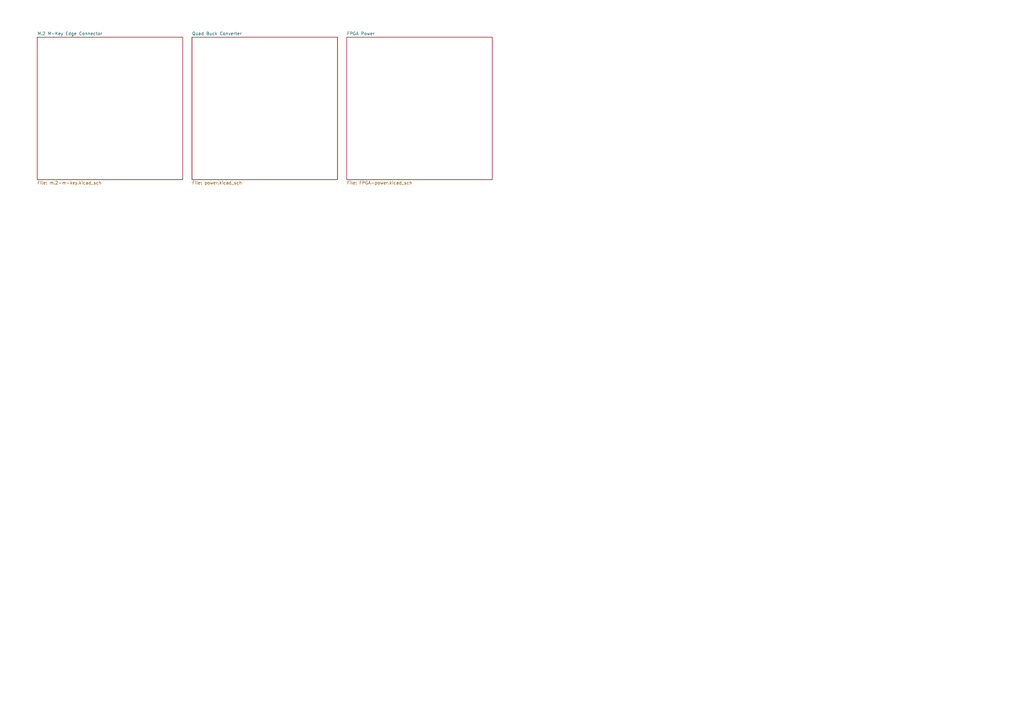
<source format=kicad_sch>
(kicad_sch (version 20250114) (generator "eeschema") (generator_version "9.0")
  (paper "A3")
  (lib_symbols
    (symbol "FPGA Accelerator:XC7A50T-FGG484" (pin_names (offset 1.016))
      (property "Reference" "U" (at 0 1.27 0))
      (property "Value" "XC7A50T-FGG484" (at 0 -1.27 0))
      (symbol "XC7A50T-FGG484_1_1"
        (rectangle (start -44.45 67.31) (end 44.45 -73.66) (stroke (width 0.254)) (fill (type background)))
        (pin power_in line (at -40.64 73.66 270) (length 6.35) (name "VCCO_13") (number "AA17"))
        (pin power_in line (at -38.1 73.66 270) (length 6.35) (name "VCCO_13") (number "AB14"))
        (pin power_in line (at -35.56 73.66 270) (length 6.35) (name "VCCO_13") (number "V16"))
        (pin power_in line (at -33.02 73.66 270) (length 6.35) (name "VCCO_13") (number "W13"))
        (pin power_in line (at -30.48 73.66 270) (length 6.35) (name "VCCO_13") (number "Y10"))
        (pin power_in line (at 27.94 73.66 270) (length 6.35) (name "VCCO_14") (number "M14"))
        (pin power_in line (at 30.48 73.66 270) (length 6.35) (name "VCCO_14") (number "P18"))
        (pin power_in line (at 33.02 73.66 270) (length 6.35) (name "VCCO_14") (number "R15"))
        (pin power_in line (at 35.56 73.66 270) (length 6.35) (name "VCCO_14") (number "T22"))
        (pin power_in line (at 38.1 73.66 270) (length 6.35) (name "VCCO_14") (number "U19"))
        (pin power_in line (at 40.64 73.66 270) (length 6.35) (name "VCCO_14") (number "Y20"))
        (pin bidirectional line (at 50.8 53.34 180) (length 6.35) (name "IO_0_14") (number "P20"))
        (pin bidirectional line (at 50.8 50.8 180) (length 6.35) (name "IO_L1P_T0_D00_MOSI_14") (number "P22"))
        (pin bidirectional line (at 50.8 48.26 180) (length 6.35) (name "IO_L1N_T0_D01_DIN_14") (number "R22"))
        (pin bidirectional line (at 50.8 45.72 180) (length 6.35) (name "IO_L2P_T0_D02_14") (number "P21"))
        (pin bidirectional line (at 50.8 43.18 180) (length 6.35) (name "IO_L2N_T0_D03_14") (number "R21"))
        (pin bidirectional line (at 50.8 40.64 180) (length 6.35) (name "IO_L3P_T0_DQS_PUDC_B_14") (number "U22"))
        (pin bidirectional line (at 50.8 38.1 180) (length 6.35) (name "IO_L3N_T0_DQS_EMCCLK_14") (number "V22"))
        (pin bidirectional line (at 50.8 35.56 180) (length 6.35) (name "IO_L4P_T0_D04_14") (number "T21"))
        (pin bidirectional line (at 50.8 33.02 180) (length 6.35) (name "IO_L4N_T0_D05_14") (number "U21"))
        (pin bidirectional line (at 50.8 30.48 180) (length 6.35) (name "IO_L5P_T0_D06_14") (number "P19"))
        (pin bidirectional line (at 50.8 27.94 180) (length 6.35) (name "IO_L5N_T0_D07_14") (number "R19"))
        (pin bidirectional line (at 50.8 25.4 180) (length 6.35) (name "IO_L6P_T0_FCS_B_14") (number "T19"))
        (pin bidirectional line (at 50.8 22.86 180) (length 6.35) (name "IO_L6N_T0_D08_VREF_14") (number "T20"))
        (pin bidirectional line (at 50.8 20.32 180) (length 6.35) (name "IO_L7P_T1_D09_14") (number "W21"))
        (pin bidirectional line (at 50.8 17.78 180) (length 6.35) (name "IO_L7N_T1_D10_14") (number "W22"))
        (pin bidirectional line (at 50.8 15.24 180) (length 6.35) (name "IO_L8P_T1_D11_14") (number "AA20"))
        (pin bidirectional line (at 50.8 12.7 180) (length 6.35) (name "IO_L8N_T1_D12_14") (number "AA21"))
        (pin bidirectional line (at 50.8 10.16 180) (length 6.35) (name "IO_L9P_T1_DQS_14") (number "Y21"))
        (pin bidirectional line (at 50.8 7.62 180) (length 6.35) (name "IO_L9N_T1_DQS_D13_14") (number "Y22"))
        (pin bidirectional line (at 50.8 5.08 180) (length 6.35) (name "IO_L10P_T1_D14_14") (number "AB21"))
        (pin bidirectional line (at 50.8 2.54 180) (length 6.35) (name "IO_L10N_T1_D15_14") (number "AB22"))
        (pin bidirectional line (at 50.8 0 180) (length 6.35) (name "IO_L11P_T1_SRCC_14") (number "U20"))
        (pin bidirectional line (at 50.8 -2.54 180) (length 6.35) (name "IO_L11N_T1_SRCC_14") (number "V20"))
        (pin bidirectional line (at 50.8 -5.08 180) (length 6.35) (name "IO_L12P_T1_MRCC_14") (number "W19"))
        (pin bidirectional line (at 50.8 -7.62 180) (length 6.35) (name "IO_L12N_T1_MRCC_14") (number "W20"))
        (pin bidirectional line (at 50.8 -10.16 180) (length 6.35) (name "IO_L13P_T2_MRCC_14") (number "Y18"))
        (pin bidirectional line (at 50.8 -12.7 180) (length 6.35) (name "IO_L13N_T2_MRCC_14") (number "Y19"))
        (pin bidirectional line (at 50.8 -15.24 180) (length 6.35) (name "IO_L14P_T2_SRCC_14") (number "V18"))
        (pin bidirectional line (at 50.8 -17.78 180) (length 6.35) (name "IO_L14N_T2_SRCC_14") (number "V19"))
        (pin bidirectional line (at 50.8 -20.32 180) (length 6.35) (name "IO_L15P_T2_DQS_RDWR_B_14") (number "AA19"))
        (pin bidirectional line (at 50.8 -22.86 180) (length 6.35) (name "IO_L15N_T2_DQS_DOUT_CSO_B_14") (number "AB20"))
        (pin bidirectional line (at 50.8 -25.4 180) (length 6.35) (name "IO_L16P_T2_CSI_B_14") (number "V17"))
        (pin bidirectional line (at 50.8 -27.94 180) (length 6.35) (name "IO_L16N_T2_A15_D31_14") (number "W17"))
        (pin bidirectional line (at 50.8 -30.48 180) (length 6.35) (name "IO_L17P_T2_A14_D30_14") (number "AA18"))
        (pin bidirectional line (at 50.8 -33.02 180) (length 6.35) (name "IO_L17N_T2_A13_D29_14") (number "AB18"))
        (pin bidirectional line (at 50.8 -35.56 180) (length 6.35) (name "IO_L18P_T2_A12_D28_14") (number "U17"))
        (pin bidirectional line (at 50.8 -38.1 180) (length 6.35) (name "IO_L18N_T2_A11_D27_14") (number "U18"))
        (pin bidirectional line (at 50.8 -40.64 180) (length 6.35) (name "IO_L19P_T3_A10_D26_14") (number "P14"))
        (pin bidirectional line (at 50.8 -43.18 180) (length 6.35) (name "IO_L19N_T3_A09_D25_VREF_14") (number "R14"))
        (pin bidirectional line (at 50.8 -45.72 180) (length 6.35) (name "IO_L20P_T3_A08_D24_14") (number "R18"))
        (pin bidirectional line (at 50.8 -48.26 180) (length 6.35) (name "IO_L20N_T3_A07_D23_14") (number "T18"))
        (pin bidirectional line (at 50.8 -50.8 180) (length 6.35) (name "IO_L21P_T3_DQS_14") (number "N17"))
        (pin bidirectional line (at 50.8 -53.34 180) (length 6.35) (name "IO_L21N_T3_DQS_A06_D22_14") (number "P17"))
        (pin bidirectional line (at 50.8 -55.88 180) (length 6.35) (name "IO_L22P_T3_A05_D21_14") (number "P15"))
        (pin bidirectional line (at 50.8 -58.42 180) (length 6.35) (name "IO_L22N_T3_A04_D20_14") (number "R16"))
        (pin bidirectional line (at 50.8 -60.96 180) (length 6.35) (name "IO_L23P_T3_A03_D19_14") (number "N13"))
        (pin bidirectional line (at 50.8 -63.5 180) (length 6.35) (name "IO_L23N_T3_A02_D18_14") (number "N14"))
        (pin bidirectional line (at 50.8 -66.04 180) (length 6.35) (name "IO_L24P_T3_A01_D17_14") (number "P16"))
        (pin bidirectional line (at 50.8 -68.58 180) (length 6.35) (name "IO_L24N_T3_A00_D16_14") (number "R17"))
        (pin bidirectional line (at 50.8 -71.12 180) (length 6.35) (name "IO_25_14") (number "N15"))
      )
      (symbol "XC7A50T-FGG484_2_1"
        (rectangle (start -44.45 67.31) (end 44.45 -73.66) (stroke (width 0.254)) (fill (type background)))
        (pin bidirectional line (at -50.8 53.34 0) (length 6.35) (name "IO_0_15") (number "J16"))
        (pin bidirectional line (at -50.8 50.8 0) (length 6.35) (name "IO_L1P_T0_AD0P_15") (number "H13"))
        (pin bidirectional line (at -50.8 48.26 0) (length 6.35) (name "IO_L1N_T0_AD0N_15") (number "G13"))
        (pin bidirectional line (at -50.8 45.72 0) (length 6.35) (name "IO_L2P_T0_AD8P_15") (number "G15"))
        (pin bidirectional line (at -50.8 43.18 0) (length 6.35) (name "IO_L2N_T0_AD8N_15") (number "G16"))
        (pin bidirectional line (at -50.8 40.64 0) (length 6.35) (name "IO_L3P_T0_DQS_AD1P_15") (number "J14"))
        (pin bidirectional line (at -50.8 38.1 0) (length 6.35) (name "IO_L3N_T0_DQS_AD1N_15") (number "H14"))
        (pin bidirectional line (at -50.8 35.56 0) (length 6.35) (name "IO_L4P_T0_15") (number "G17"))
        (pin bidirectional line (at -50.8 33.02 0) (length 6.35) (name "IO_L4N_T0_15") (number "G18"))
        (pin bidirectional line (at -50.8 30.48 0) (length 6.35) (name "IO_L5P_T0_AD9P_15") (number "J15"))
        (pin bidirectional line (at -50.8 27.94 0) (length 6.35) (name "IO_L5N_T0_AD9N_15") (number "H15"))
        (pin bidirectional line (at -50.8 25.4 0) (length 6.35) (name "IO_L6P_T0_15") (number "H17"))
        (pin bidirectional line (at -50.8 22.86 0) (length 6.35) (name "IO_L6N_T0_VREF_15") (number "H18"))
        (pin bidirectional line (at -50.8 20.32 0) (length 6.35) (name "IO_L7P_T1_AD2P_15") (number "J22"))
        (pin bidirectional line (at -50.8 17.78 0) (length 6.35) (name "IO_L7N_T1_AD2N_15") (number "H22"))
        (pin bidirectional line (at -50.8 15.24 0) (length 6.35) (name "IO_L8P_T1_AD10P_15") (number "H20"))
        (pin bidirectional line (at -50.8 12.7 0) (length 6.35) (name "IO_L8N_T1_AD10N_15") (number "G20"))
        (pin bidirectional line (at -50.8 10.16 0) (length 6.35) (name "IO_L9P_T1_DQS_AD3P_15") (number "K21"))
        (pin bidirectional line (at -50.8 7.62 0) (length 6.35) (name "IO_L9N_T1_DQS_AD3N_15") (number "K22"))
        (pin bidirectional line (at -50.8 5.08 0) (length 6.35) (name "IO_L10P_T1_AD11P_15") (number "M21"))
        (pin bidirectional line (at -50.8 2.54 0) (length 6.35) (name "IO_L10N_T1_AD11N_15") (number "L21"))
        (pin bidirectional line (at -50.8 0 0) (length 6.35) (name "IO_L11P_T1_SRCC_15") (number "J20"))
        (pin bidirectional line (at -50.8 -2.54 0) (length 6.35) (name "IO_L11N_T1_SRCC_15") (number "J21"))
        (pin bidirectional line (at -50.8 -5.08 0) (length 6.35) (name "IO_L12P_T1_MRCC_15") (number "J19"))
        (pin bidirectional line (at -50.8 -7.62 0) (length 6.35) (name "IO_L12N_T1_MRCC_15") (number "H19"))
        (pin bidirectional line (at -50.8 -10.16 0) (length 6.35) (name "IO_L13P_T2_MRCC_15") (number "K18"))
        (pin bidirectional line (at -50.8 -12.7 0) (length 6.35) (name "IO_L13N_T2_MRCC_15") (number "K19"))
        (pin bidirectional line (at -50.8 -15.24 0) (length 6.35) (name "IO_L14P_T2_SRCC_15") (number "L19"))
        (pin bidirectional line (at -50.8 -17.78 0) (length 6.35) (name "IO_L14N_T2_SRCC_15") (number "L20"))
        (pin bidirectional line (at -50.8 -20.32 0) (length 6.35) (name "IO_L15P_T2_DQS_15") (number "N22"))
        (pin bidirectional line (at -50.8 -22.86 0) (length 6.35) (name "IO_L15N_T2_DQS_ADV_B_15") (number "M22"))
        (pin bidirectional line (at -50.8 -25.4 0) (length 6.35) (name "IO_L16P_T2_A28_15") (number "M18"))
        (pin bidirectional line (at -50.8 -27.94 0) (length 6.35) (name "IO_L16N_T2_A27_15") (number "L18"))
        (pin bidirectional line (at -50.8 -30.48 0) (length 6.35) (name "IO_L17P_T2_A26_15") (number "N18"))
        (pin bidirectional line (at -50.8 -33.02 0) (length 6.35) (name "IO_L17N_T2_A25_15") (number "N19"))
        (pin bidirectional line (at -50.8 -35.56 0) (length 6.35) (name "IO_L18P_T2_A24_15") (number "N20"))
        (pin bidirectional line (at -50.8 -38.1 0) (length 6.35) (name "IO_L18N_T2_A23_15") (number "M20"))
        (pin bidirectional line (at -50.8 -40.64 0) (length 6.35) (name "IO_L19P_T3_A22_15") (number "K13"))
        (pin bidirectional line (at -50.8 -43.18 0) (length 6.35) (name "IO_L19N_T3_A21_VREF_15") (number "K14"))
        (pin bidirectional line (at -50.8 -45.72 0) (length 6.35) (name "IO_L20P_T3_A20_15") (number "M13"))
        (pin bidirectional line (at -50.8 -48.26 0) (length 6.35) (name "IO_L20N_T3_A19_15") (number "L13"))
        (pin bidirectional line (at -50.8 -50.8 0) (length 6.35) (name "IO_L21P_T3_DQS_15") (number "K17"))
        (pin bidirectional line (at -50.8 -53.34 0) (length 6.35) (name "IO_L21N_T3_DQS_A18_15") (number "J17"))
        (pin bidirectional line (at -50.8 -55.88 0) (length 6.35) (name "IO_L22P_T3_A17_15") (number "L14"))
        (pin bidirectional line (at -50.8 -58.42 0) (length 6.35) (name "IO_L22N_T3_A16_15") (number "L15"))
        (pin bidirectional line (at -50.8 -60.96 0) (length 6.35) (name "IO_L23P_T3_FOE_B_15") (number "L16"))
        (pin bidirectional line (at -50.8 -63.5 0) (length 6.35) (name "IO_L23N_T3_FWE_B_15") (number "K16"))
        (pin bidirectional line (at -50.8 -66.04 0) (length 6.35) (name "IO_L24P_T3_RS1_15") (number "M15"))
        (pin bidirectional line (at -50.8 -68.58 0) (length 6.35) (name "IO_L24N_T3_RS0_15") (number "M16"))
        (pin bidirectional line (at -50.8 -71.12 0) (length 6.35) (name "IO_25_15") (number "M17"))
        (pin power_in line (at -40.64 73.66 270) (length 6.35) (name "VCCO_15") (number "G19"))
        (pin power_in line (at -38.1 73.66 270) (length 6.35) (name "VCCO_15") (number "H16"))
        (pin power_in line (at -35.56 73.66 270) (length 6.35) (name "VCCO_15") (number "J13"))
        (pin power_in line (at -33.02 73.66 270) (length 6.35) (name "VCCO_15") (number "K20"))
        (pin power_in line (at -30.48 73.66 270) (length 6.35) (name "VCCO_15") (number "L17"))
        (pin power_in line (at -27.94 73.66 270) (length 6.35) (name "VCCO_15") (number "N21"))
        (pin power_in line (at 27.94 73.66 270) (length 6.35) (name "VCCO_16") (number "A17"))
        (pin power_in line (at 30.48 73.66 270) (length 6.35) (name "VCCO_16") (number "B14"))
        (pin power_in line (at 33.02 73.66 270) (length 6.35) (name "VCCO_16") (number "C21"))
        (pin power_in line (at 35.56 73.66 270) (length 6.35) (name "VCCO_16") (number "D18"))
        (pin power_in line (at 38.1 73.66 270) (length 6.35) (name "VCCO_16") (number "E15"))
        (pin power_in line (at 40.64 73.66 270) (length 6.35) (name "VCCO_16") (number "F22"))
        (pin bidirectional line (at 50.8 53.34 180) (length 6.35) (name "IO_0_16") (number "F15"))
        (pin bidirectional line (at 50.8 50.8 180) (length 6.35) (name "IO_L1P_T0_16") (number "F13"))
        (pin bidirectional line (at 50.8 48.26 180) (length 6.35) (name "IO_L1N_T0_16") (number "F14"))
        (pin bidirectional line (at 50.8 45.72 180) (length 6.35) (name "IO_L2P_T0_16") (number "F16"))
        (pin bidirectional line (at 50.8 43.18 180) (length 6.35) (name "IO_L2N_T0_16") (number "E17"))
        (pin bidirectional line (at 50.8 40.64 180) (length 6.35) (name "IO_L3P_T0_DQS_16") (number "C14"))
        (pin bidirectional line (at 50.8 38.1 180) (length 6.35) (name "IO_L3N_T0_DQS_16") (number "C15"))
        (pin bidirectional line (at 50.8 35.56 180) (length 6.35) (name "IO_L4P_T0_16") (number "E13"))
        (pin bidirectional line (at 50.8 33.02 180) (length 6.35) (name "IO_L4N_T0_16") (number "E14"))
        (pin bidirectional line (at 50.8 30.48 180) (length 6.35) (name "IO_L5P_T0_16") (number "E16"))
        (pin bidirectional line (at 50.8 27.94 180) (length 6.35) (name "IO_L5N_T0_16") (number "D16"))
        (pin bidirectional line (at 50.8 25.4 180) (length 6.35) (name "IO_L6P_T0_16") (number "D14"))
        (pin bidirectional line (at 50.8 22.86 180) (length 6.35) (name "IO_L6N_T0_VREF_16") (number "D15"))
        (pin bidirectional line (at 50.8 20.32 180) (length 6.35) (name "IO_L7P_T1_16") (number "B15"))
        (pin bidirectional line (at 50.8 17.78 180) (length 6.35) (name "IO_L7N_T1_16") (number "B16"))
        (pin bidirectional line (at 50.8 15.24 180) (length 6.35) (name "IO_L8P_T1_16") (number "C13"))
        (pin bidirectional line (at 50.8 12.7 180) (length 6.35) (name "IO_L8N_T1_16") (number "B13"))
        (pin bidirectional line (at 50.8 10.16 180) (length 6.35) (name "IO_L9P_T1_DQS_16") (number "A15"))
        (pin bidirectional line (at 50.8 7.62 180) (length 6.35) (name "IO_L9N_T1_DQS_16") (number "A16"))
        (pin bidirectional line (at 50.8 5.08 180) (length 6.35) (name "IO_L10P_T1_16") (number "A13"))
        (pin bidirectional line (at 50.8 2.54 180) (length 6.35) (name "IO_L10N_T1_16") (number "A14"))
        (pin bidirectional line (at 50.8 0 180) (length 6.35) (name "IO_L11P_T1_SRCC_16") (number "B17"))
        (pin bidirectional line (at 50.8 -2.54 180) (length 6.35) (name "IO_L11N_T1_SRCC_16") (number "B18"))
        (pin bidirectional line (at 50.8 -5.08 180) (length 6.35) (name "IO_L12P_T1_MRCC_16") (number "D17"))
        (pin bidirectional line (at 50.8 -7.62 180) (length 6.35) (name "IO_L12N_T1_MRCC_16") (number "C17"))
        (pin bidirectional line (at 50.8 -10.16 180) (length 6.35) (name "IO_L13P_T2_MRCC_16") (number "C18"))
        (pin bidirectional line (at 50.8 -12.7 180) (length 6.35) (name "IO_L13N_T2_MRCC_16") (number "C19"))
        (pin bidirectional line (at 50.8 -15.24 180) (length 6.35) (name "IO_L14P_T2_SRCC_16") (number "E19"))
        (pin bidirectional line (at 50.8 -17.78 180) (length 6.35) (name "IO_L14N_T2_SRCC_16") (number "D19"))
        (pin bidirectional line (at 50.8 -20.32 180) (length 6.35) (name "IO_L15P_T2_DQS_16") (number "F18"))
        (pin bidirectional line (at 50.8 -22.86 180) (length 6.35) (name "IO_L15N_T2_DQS_16") (number "E18"))
        (pin bidirectional line (at 50.8 -25.4 180) (length 6.35) (name "IO_L16P_T2_16") (number "B20"))
        (pin bidirectional line (at 50.8 -27.94 180) (length 6.35) (name "IO_L16N_T2_16") (number "A20"))
        (pin bidirectional line (at 50.8 -30.48 180) (length 6.35) (name "IO_L17P_T2_16") (number "A18"))
        (pin bidirectional line (at 50.8 -33.02 180) (length 6.35) (name "IO_L17N_T2_16") (number "A19"))
        (pin bidirectional line (at 50.8 -35.56 180) (length 6.35) (name "IO_L18P_T2_16") (number "F19"))
        (pin bidirectional line (at 50.8 -38.1 180) (length 6.35) (name "IO_L18N_T2_16") (number "F20"))
        (pin bidirectional line (at 50.8 -40.64 180) (length 6.35) (name "IO_L19P_T3_16") (number "D20"))
        (pin bidirectional line (at 50.8 -43.18 180) (length 6.35) (name "IO_L19N_T3_VREF_16") (number "C20"))
        (pin bidirectional line (at 50.8 -45.72 180) (length 6.35) (name "IO_L20P_T3_16") (number "C22"))
        (pin bidirectional line (at 50.8 -48.26 180) (length 6.35) (name "IO_L20N_T3_16") (number "B22"))
        (pin bidirectional line (at 50.8 -50.8 180) (length 6.35) (name "IO_L21P_T3_DQS_16") (number "B21"))
        (pin bidirectional line (at 50.8 -53.34 180) (length 6.35) (name "IO_L21N_T3_DQS_16") (number "A21"))
        (pin bidirectional line (at 50.8 -55.88 180) (length 6.35) (name "IO_L22P_T3_16") (number "E22"))
        (pin bidirectional line (at 50.8 -58.42 180) (length 6.35) (name "IO_L22N_T3_16") (number "D22"))
        (pin bidirectional line (at 50.8 -60.96 180) (length 6.35) (name "IO_L23P_T3_16") (number "E21"))
        (pin bidirectional line (at 50.8 -63.5 180) (length 6.35) (name "IO_L23N_T3_16") (number "D21"))
        (pin bidirectional line (at 50.8 -66.04 180) (length 6.35) (name "IO_L24P_T3_16") (number "G21"))
        (pin bidirectional line (at 50.8 -68.58 180) (length 6.35) (name "IO_L24N_T3_16") (number "G22"))
        (pin bidirectional line (at 50.8 -71.12 180) (length 6.35) (name "IO_25_16") (number "F21"))
      )
      (symbol "XC7A50T-FGG484_3_1"
        (rectangle (start -44.45 67.31) (end 44.45 -73.66) (stroke (width 0.254)) (fill (type background)))
        (pin bidirectional line (at -50.8 53.34 0) (length 6.35) (name "IO_0_34") (number "T3"))
        (pin bidirectional line (at -50.8 50.8 0) (length 6.35) (name "IO_L1P_T0_34") (number "T1"))
        (pin bidirectional line (at -50.8 48.26 0) (length 6.35) (name "IO_L1N_T0_34") (number "U1"))
        (pin bidirectional line (at -50.8 45.72 0) (length 6.35) (name "IO_L2P_T0_34") (number "U2"))
        (pin bidirectional line (at -50.8 43.18 0) (length 6.35) (name "IO_L2N_T0_34") (number "V2"))
        (pin bidirectional line (at -50.8 40.64 0) (length 6.35) (name "IO_L3P_T0_DQS_34") (number "R3"))
        (pin bidirectional line (at -50.8 38.1 0) (length 6.35) (name "IO_L3N_T0_DQS_34") (number "R2"))
        (pin bidirectional line (at -50.8 35.56 0) (length 6.35) (name "IO_L4P_T0_34") (number "W2"))
        (pin bidirectional line (at -50.8 33.02 0) (length 6.35) (name "IO_L4N_T0_34") (number "Y2"))
        (pin bidirectional line (at -50.8 30.48 0) (length 6.35) (name "IO_L5P_T0_34") (number "W1"))
        (pin bidirectional line (at -50.8 27.94 0) (length 6.35) (name "IO_L5N_T0_34") (number "Y1"))
        (pin bidirectional line (at -50.8 25.4 0) (length 6.35) (name "IO_L6P_T0_34") (number "U3"))
        (pin bidirectional line (at -50.8 22.86 0) (length 6.35) (name "IO_L6N_T0_VREF_34") (number "V3"))
        (pin bidirectional line (at -50.8 20.32 0) (length 6.35) (name "IO_L7P_T1_34") (number "AA1"))
        (pin bidirectional line (at -50.8 17.78 0) (length 6.35) (name "IO_L7N_T1_34") (number "AB1"))
        (pin bidirectional line (at -50.8 15.24 0) (length 6.35) (name "IO_L8P_T1_34") (number "AB3"))
        (pin bidirectional line (at -50.8 12.7 0) (length 6.35) (name "IO_L8N_T1_34") (number "AB2"))
        (pin bidirectional line (at -50.8 10.16 0) (length 6.35) (name "IO_L9P_T1_DQS_34") (number "Y3"))
        (pin bidirectional line (at -50.8 7.62 0) (length 6.35) (name "IO_L9N_T1_DQS_34") (number "AA3"))
        (pin bidirectional line (at -50.8 5.08 0) (length 6.35) (name "IO_L10P_T1_34") (number "AA5"))
        (pin bidirectional line (at -50.8 2.54 0) (length 6.35) (name "IO_L10N_T1_34") (number "AB5"))
        (pin bidirectional line (at -50.8 0 0) (length 6.35) (name "IO_L11P_T1_SRCC_34") (number "Y4"))
        (pin bidirectional line (at -50.8 -2.54 0) (length 6.35) (name "IO_L11N_T1_SRCC_34") (number "AA4"))
        (pin bidirectional line (at -50.8 -5.08 0) (length 6.35) (name "IO_L12P_T1_MRCC_34") (number "V4"))
        (pin bidirectional line (at -50.8 -7.62 0) (length 6.35) (name "IO_L12N_T1_MRCC_34") (number "W4"))
        (pin bidirectional line (at -50.8 -10.16 0) (length 6.35) (name "IO_L13P_T2_MRCC_34") (number "R4"))
        (pin bidirectional line (at -50.8 -12.7 0) (length 6.35) (name "IO_L13N_T2_MRCC_34") (number "T4"))
        (pin bidirectional line (at -50.8 -15.24 0) (length 6.35) (name "IO_L14P_T2_SRCC_34") (number "T5"))
        (pin bidirectional line (at -50.8 -17.78 0) (length 6.35) (name "IO_L14N_T2_SRCC_34") (number "U5"))
        (pin bidirectional line (at -50.8 -20.32 0) (length 6.35) (name "IO_L15P_T2_DQS_34") (number "W6"))
        (pin bidirectional line (at -50.8 -22.86 0) (length 6.35) (name "IO_L15N_T2_DQS_34") (number "W5"))
        (pin bidirectional line (at -50.8 -25.4 0) (length 6.35) (name "IO_L16P_T2_34") (number "U6"))
        (pin bidirectional line (at -50.8 -27.94 0) (length 6.35) (name "IO_L16N_T2_34") (number "V5"))
        (pin bidirectional line (at -50.8 -30.48 0) (length 6.35) (name "IO_L17P_T2_34") (number "R6"))
        (pin bidirectional line (at -50.8 -33.02 0) (length 6.35) (name "IO_L17N_T2_34") (number "T6"))
        (pin bidirectional line (at -50.8 -35.56 0) (length 6.35) (name "IO_L18P_T2_34") (number "Y6"))
        (pin bidirectional line (at -50.8 -38.1 0) (length 6.35) (name "IO_L18N_T2_34") (number "AA6"))
        (pin bidirectional line (at -50.8 -40.64 0) (length 6.35) (name "IO_L19P_T3_34") (number "V7"))
        (pin bidirectional line (at -50.8 -43.18 0) (length 6.35) (name "IO_L19N_T3_VREF_34") (number "W7"))
        (pin bidirectional line (at -50.8 -45.72 0) (length 6.35) (name "IO_L20P_T3_34") (number "AB7"))
        (pin bidirectional line (at -50.8 -48.26 0) (length 6.35) (name "IO_L20N_T3_34") (number "AB6"))
        (pin bidirectional line (at -50.8 -50.8 0) (length 6.35) (name "IO_L21P_T3_DQS_34") (number "V9"))
        (pin bidirectional line (at -50.8 -53.34 0) (length 6.35) (name "IO_L21N_T3_DQS_34") (number "V8"))
        (pin bidirectional line (at -50.8 -55.88 0) (length 6.35) (name "IO_L22P_T3_34") (number "AA8"))
        (pin bidirectional line (at -50.8 -58.42 0) (length 6.35) (name "IO_L22N_T3_34") (number "AB8"))
        (pin bidirectional line (at -50.8 -60.96 0) (length 6.35) (name "IO_L23P_T3_34") (number "Y8"))
        (pin bidirectional line (at -50.8 -63.5 0) (length 6.35) (name "IO_L23N_T3_34") (number "Y7"))
        (pin bidirectional line (at -50.8 -66.04 0) (length 6.35) (name "IO_L24P_T3_34") (number "W9"))
        (pin bidirectional line (at -50.8 -68.58 0) (length 6.35) (name "IO_L24N_T3_34") (number "Y9"))
        (pin bidirectional line (at -50.8 -71.12 0) (length 6.35) (name "IO_25_34") (number "U7"))
        (pin power_in line (at -40.64 73.66 270) (length 6.35) (name "VCCO_34") (number "AA7"))
        (pin power_in line (at -38.1 73.66 270) (length 6.35) (name "VCCO_34") (number "AB4"))
        (pin power_in line (at -35.56 73.66 270) (length 6.35) (name "VCCO_34") (number "R5"))
        (pin power_in line (at -33.02 73.66 270) (length 6.35) (name "VCCO_34") (number "T2"))
        (pin power_in line (at -30.48 73.66 270) (length 6.35) (name "VCCO_34") (number "V6"))
        (pin power_in line (at -27.94 73.66 270) (length 6.35) (name "VCCO_34") (number "W3"))
        (pin power_in line (at 27.94 73.66 270) (length 6.35) (name "VCCO_35") (number "C1"))
        (pin power_in line (at 30.48 73.66 270) (length 6.35) (name "VCCO_35") (number "F2"))
        (pin power_in line (at 33.02 73.66 270) (length 6.35) (name "VCCO_35") (number "H6"))
        (pin power_in line (at 35.56 73.66 270) (length 6.35) (name "VCCO_35") (number "J3"))
        (pin power_in line (at 38.1 73.66 270) (length 6.35) (name "VCCO_35") (number "M4"))
        (pin power_in line (at 40.64 73.66 270) (length 6.35) (name "VCCO_35") (number "N1"))
        (pin bidirectional line (at 50.8 53.34 180) (length 6.35) (name "IO_0_35") (number "F4"))
        (pin bidirectional line (at 50.8 50.8 180) (length 6.35) (name "IO_L1P_T0_AD4P_35") (number "B1"))
        (pin bidirectional line (at 50.8 48.26 180) (length 6.35) (name "IO_L1N_T0_AD4N_35") (number "A1"))
        (pin bidirectional line (at 50.8 45.72 180) (length 6.35) (name "IO_L2P_T0_AD12P_35") (number "C2"))
        (pin bidirectional line (at 50.8 43.18 180) (length 6.35) (name "IO_L2N_T0_AD12N_35") (number "B2"))
        (pin bidirectional line (at 50.8 40.64 180) (length 6.35) (name "IO_L3P_T0_DQS_AD5P_35") (number "E1"))
        (pin bidirectional line (at 50.8 38.1 180) (length 6.35) (name "IO_L3N_T0_DQS_AD5N_35") (number "D1"))
        (pin bidirectional line (at 50.8 35.56 180) (length 6.35) (name "IO_L4P_T0_35") (number "E2"))
        (pin bidirectional line (at 50.8 33.02 180) (length 6.35) (name "IO_L4N_T0_35") (number "D2"))
        (pin bidirectional line (at 50.8 30.48 180) (length 6.35) (name "IO_L5P_T0_AD13P_35") (number "G1"))
        (pin bidirectional line (at 50.8 27.94 180) (length 6.35) (name "IO_L5N_T0_AD13N_35") (number "F1"))
        (pin bidirectional line (at 50.8 25.4 180) (length 6.35) (name "IO_L6P_T0_35") (number "F3"))
        (pin bidirectional line (at 50.8 22.86 180) (length 6.35) (name "IO_L6N_T0_VREF_35") (number "E3"))
        (pin bidirectional line (at 50.8 20.32 180) (length 6.35) (name "IO_L7P_T1_AD6P_35") (number "K1"))
        (pin bidirectional line (at 50.8 17.78 180) (length 6.35) (name "IO_L7N_T1_AD6N_35") (number "J1"))
        (pin bidirectional line (at 50.8 15.24 180) (length 6.35) (name "IO_L8P_T1_AD14P_35") (number "H2"))
        (pin bidirectional line (at 50.8 12.7 180) (length 6.35) (name "IO_L8N_T1_AD14N_35") (number "G2"))
        (pin bidirectional line (at 50.8 10.16 180) (length 6.35) (name "IO_L9P_T1_DQS_AD7P_35") (number "K2"))
        (pin bidirectional line (at 50.8 7.62 180) (length 6.35) (name "IO_L9N_T1_DQS_AD7N_35") (number "J2"))
        (pin bidirectional line (at 50.8 5.08 180) (length 6.35) (name "IO_L10P_T1_AD15P_35") (number "J5"))
        (pin bidirectional line (at 50.8 2.54 180) (length 6.35) (name "IO_L10N_T1_AD15N_35") (number "H5"))
        (pin bidirectional line (at 50.8 0 180) (length 6.35) (name "IO_L11P_T1_SRCC_35") (number "H3"))
        (pin bidirectional line (at 50.8 -2.54 180) (length 6.35) (name "IO_L11N_T1_SRCC_35") (number "G3"))
        (pin bidirectional line (at 50.8 -5.08 180) (length 6.35) (name "IO_L12P_T1_MRCC_35") (number "H4"))
        (pin bidirectional line (at 50.8 -7.62 180) (length 6.35) (name "IO_L12N_T1_MRCC_35") (number "G4"))
        (pin bidirectional line (at 50.8 -10.16 180) (length 6.35) (name "IO_L13P_T2_MRCC_35") (number "K4"))
        (pin bidirectional line (at 50.8 -12.7 180) (length 6.35) (name "IO_L13N_T2_MRCC_35") (number "J4"))
        (pin bidirectional line (at 50.8 -15.24 180) (length 6.35) (name "IO_L14P_T2_SRCC_35") (number "L3"))
        (pin bidirectional line (at 50.8 -17.78 180) (length 6.35) (name "IO_L14N_T2_SRCC_35") (number "K3"))
        (pin bidirectional line (at 50.8 -20.32 180) (length 6.35) (name "IO_L15P_T2_DQS_35") (number "M1"))
        (pin bidirectional line (at 50.8 -22.86 180) (length 6.35) (name "IO_L15N_T2_DQS_35") (number "L1"))
        (pin bidirectional line (at 50.8 -25.4 180) (length 6.35) (name "IO_L16P_T2_35") (number "M3"))
        (pin bidirectional line (at 50.8 -27.94 180) (length 6.35) (name "IO_L16N_T2_35") (number "M2"))
        (pin bidirectional line (at 50.8 -30.48 180) (length 6.35) (name "IO_L17P_T2_35") (number "K6"))
        (pin bidirectional line (at 50.8 -33.02 180) (length 6.35) (name "IO_L17N_T2_35") (number "J6"))
        (pin bidirectional line (at 50.8 -35.56 180) (length 6.35) (name "IO_L18P_T2_35") (number "L5"))
        (pin bidirectional line (at 50.8 -38.1 180) (length 6.35) (name "IO_L18N_T2_35") (number "L4"))
        (pin bidirectional line (at 50.8 -40.64 180) (length 6.35) (name "IO_L19P_T3_35") (number "N4"))
        (pin bidirectional line (at 50.8 -43.18 180) (length 6.35) (name "IO_L19N_T3_VREF_35") (number "N3"))
        (pin bidirectional line (at 50.8 -45.72 180) (length 6.35) (name "IO_L20P_T3_35") (number "R1"))
        (pin bidirectional line (at 50.8 -48.26 180) (length 6.35) (name "IO_L20N_T3_35") (number "P1"))
        (pin bidirectional line (at 50.8 -50.8 180) (length 6.35) (name "IO_L21P_T3_DQS_35") (number "P5"))
        (pin bidirectional line (at 50.8 -53.34 180) (length 6.35) (name "IO_L21N_T3_DQS_35") (number "P4"))
        (pin bidirectional line (at 50.8 -55.88 180) (length 6.35) (name "IO_L22P_T3_35") (number "P2"))
        (pin bidirectional line (at 50.8 -58.42 180) (length 6.35) (name "IO_L22N_T3_35") (number "N2"))
        (pin bidirectional line (at 50.8 -60.96 180) (length 6.35) (name "IO_L23P_T3_35") (number "M6"))
        (pin bidirectional line (at 50.8 -63.5 180) (length 6.35) (name "IO_L23N_T3_35") (number "M5"))
        (pin bidirectional line (at 50.8 -66.04 180) (length 6.35) (name "IO_L24P_T3_35") (number "P6"))
        (pin bidirectional line (at 50.8 -68.58 180) (length 6.35) (name "IO_L24N_T3_35") (number "N5"))
        (pin bidirectional line (at 50.8 -71.12 180) (length 6.35) (name "IO_25_35") (number "L6"))
      )
      (symbol "XC7A50T-FGG484_4_1"
        (rectangle (start -31.75 30.48) (end 31.75 -30.48) (stroke (width 0.254)) (fill (type background)))
        (pin bidirectional line (at -38.1 27.94 0) (length 6.35) (name "MGTPTXP0_216") (number "B4"))
        (pin bidirectional line (at -38.1 25.4 0) (length 6.35) (name "MGTPTXN0_216") (number "A4"))
        (pin bidirectional line (at -38.1 22.86 0) (length 6.35) (name "MGTPTXP1_216") (number "D5"))
        (pin bidirectional line (at -38.1 20.32 0) (length 6.35) (name "MGTPTXN1_216") (number "C5"))
        (pin bidirectional line (at -38.1 17.78 0) (length 6.35) (name "MGTPTXP2_216") (number "B6"))
        (pin bidirectional line (at -38.1 15.24 0) (length 6.35) (name "MGTPTXN2_216") (number "A6"))
        (pin bidirectional line (at -38.1 12.7 0) (length 6.35) (name "MGTPTXP3_216") (number "D7"))
        (pin bidirectional line (at -38.1 10.16 0) (length 6.35) (name "MGTPTXN3_216") (number "C7"))
        (pin bidirectional line (at -38.1 5.08 0) (length 6.35) (name "MGTPRXP0_216") (number "B8"))
        (pin bidirectional line (at -38.1 2.54 0) (length 6.35) (name "MGTPRXN0_216") (number "A8"))
        (pin bidirectional line (at -38.1 0 0) (length 6.35) (name "MGTPRXP1_216") (number "D11"))
        (pin bidirectional line (at -38.1 -2.54 0) (length 6.35) (name "MGTPRXN1_216") (number "C11"))
        (pin bidirectional line (at -38.1 -5.08 0) (length 6.35) (name "MGTPRXP2_216") (number "B10"))
        (pin bidirectional line (at -38.1 -7.62 0) (length 6.35) (name "MGTPRXN2_216") (number "A10"))
        (pin bidirectional line (at -38.1 -10.16 0) (length 6.35) (name "MGTPRXP3_216") (number "D9"))
        (pin bidirectional line (at -38.1 -12.7 0) (length 6.35) (name "MGTPRXN3_216") (number "C9"))
        (pin bidirectional line (at -38.1 -17.78 0) (length 6.35) (name "MGTREFCLK0P_216") (number "F6"))
        (pin bidirectional line (at -38.1 -20.32 0) (length 6.35) (name "MGTREFCLK0N_216") (number "E6"))
        (pin bidirectional line (at -38.1 -22.86 0) (length 6.35) (name "MGTREFCLK1P_216") (number "F10"))
        (pin bidirectional line (at -38.1 -25.4 0) (length 6.35) (name "MGTREFCLK1N_216") (number "E10"))
      )
      (symbol "XC7A50T-FGG484_5_1"
        (rectangle (start -31.75 12.7) (end 31.75 -12.7) (stroke (width 0.254)) (fill (type background)))
        (pin power_in line (at -38.1 10.16 0) (length 6.35) (name "MGTAVCC") (number "D6"))
        (pin power_in line (at -38.1 7.62 0) (length 6.35) (name "MGTAVCC") (number "D10"))
        (pin power_in line (at -38.1 5.08 0) (length 6.35) (name "MGTAVCC") (number "F7"))
        (pin power_in line (at -38.1 2.54 0) (length 6.35) (name "MGTAVCC") (number "F9"))
        (pin power_in line (at -38.1 0 0) (length 6.35) (name "MGTAVCC") (number "E8"))
        (pin power_in line (at 38.1 10.16 180) (length 6.35) (name "MGTAVTT") (number "B5"))
        (pin power_in line (at 38.1 7.62 180) (length 6.35) (name "MGTAVTT") (number "B7"))
        (pin power_in line (at 38.1 5.08 180) (length 6.35) (name "MGTAVTT") (number "B9"))
        (pin power_in line (at 38.1 2.54 180) (length 6.35) (name "MGTAVTT") (number "B11"))
        (pin power_in line (at 38.1 0 180) (length 6.35) (name "MGTAVTT") (number "C4"))
        (pin power_in line (at 38.1 -2.54 180) (length 6.35) (name "MGTAVTT") (number "C8"))
        (pin power_in line (at 38.1 -7.62 180) (length 6.35) (name "MGTRREF_216") (number "F8"))
      )
      (symbol "XC7A50T-FGG484_6_1"
        (rectangle (start -31.75 34.29) (end 31.75 -40.64) (stroke (width 0.254)) (fill (type background)))
        (pin power_in line (at 25.4 40.64 270) (length 6.35) (name "VCCO_0") (number "F12"))
        (pin power_in line (at 27.94 40.64 270) (length 6.35) (name "VCCO_0") (number "T12"))
        (pin bidirectional line (at 38.1 20.32 180) (length 6.35) (name "TDI_0") (number "R13"))
        (pin bidirectional line (at 38.1 17.78 180) (length 6.35) (name "TDO_0") (number "U13"))
        (pin bidirectional line (at 38.1 15.24 180) (length 6.35) (name "TMS_0") (number "T13"))
        (pin bidirectional line (at 38.1 12.7 180) (length 6.35) (name "TCK_0") (number "V12"))
        (pin bidirectional line (at 38.1 7.62 180) (length 6.35) (name "CCLK_0") (number "L12"))
        (pin bidirectional line (at 38.1 5.08 180) (length 6.35) (name "M0_0") (number "U11"))
        (pin bidirectional line (at 38.1 2.54 180) (length 6.35) (name "M1_0") (number "U10"))
        (pin bidirectional line (at 38.1 0 180) (length 6.35) (name "M2_0") (number "U9"))
        (pin bidirectional line (at 38.1 -5.08 180) (length 6.35) (name "DONE_0") (number "G11"))
        (pin bidirectional line (at 38.1 -7.62 180) (length 6.35) (name "INIT_B_0") (number "U12"))
        (pin bidirectional line (at 38.1 -10.16 180) (length 6.35) (name "PROGRAM_B_0") (number "N12"))
        (pin bidirectional line (at 38.1 -15.24 180) (length 6.35) (name "CFGBVS_0") (number "U8"))
        (pin bidirectional line (at 38.1 -20.32 180) (length 6.35) (name "VP_0") (number "L10"))
        (pin bidirectional line (at 38.1 -22.86 180) (length 6.35) (name "VN_0") (number "M9"))
        (pin bidirectional line (at 38.1 -27.94 180) (length 6.35) (name "VREFP_0") (number "M10"))
        (pin bidirectional line (at 38.1 -30.48 180) (length 6.35) (name "VREFN_0") (number "L9"))
        (pin bidirectional line (at 38.1 -35.56 180) (length 6.35) (name "DXP_0") (number "N10"))
        (pin bidirectional line (at 38.1 -38.1 180) (length 6.35) (name "DXN_0") (number "N9"))
      )
      (symbol "XC7A50T-FGG484_7_1"
        (rectangle (start -19.05 76.2) (end 19.05 -76.2) (stroke (width 0.254)) (fill (type background)))
        (pin power_in line (at -25.4 73.66 0) (length 6.35) (name "VCCAUX") (number "H12"))
        (pin power_in line (at -25.4 71.12 0) (length 6.35) (name "VCCAUX") (number "K12"))
        (pin power_in line (at -25.4 68.58 0) (length 6.35) (name "VCCAUX") (number "M12"))
        (pin power_in line (at -25.4 66.04 0) (length 6.35) (name "VCCAUX") (number "P12"))
        (pin power_in line (at -25.4 63.5 0) (length 6.35) (name "VCCAUX") (number "R11"))
        (pin power_in line (at -25.4 57.15 0) (length 6.35) (name "VCCBRAM") (number "J11"))
        (pin power_in line (at -25.4 54.61 0) (length 6.35) (name "VCCBRAM") (number "L11"))
        (pin power_in line (at -25.4 52.07 0) (length 6.35) (name "VCCBRAM") (number "N11"))
        (pin power_in line (at -25.4 49.53 0) (length 6.35) (name "GNDADC_0") (number "K9"))
        (pin power_in line (at -25.4 46.99 0) (length 6.35) (name "VCCADC_0") (number "K10"))
        (pin power_in line (at -25.4 44.45 0) (length 6.35) (name "VCCBATT_0") (number "E12"))
        (pin power_in line (at -25.4 35.56 0) (length 6.35) (name "GND") (number "A2"))
        (pin power_in line (at -25.4 33.02 0) (length 6.35) (name "GND") (number "A3"))
        (pin power_in line (at -25.4 30.48 0) (length 6.35) (name "GND") (number "A5"))
        (pin power_in line (at -25.4 27.94 0) (length 6.35) (name "GND") (number "A7"))
        (pin power_in line (at -25.4 25.4 0) (length 6.35) (name "GND") (number "A9"))
        (pin power_in line (at -25.4 22.86 0) (length 6.35) (name "GND") (number "A11"))
        (pin power_in line (at -25.4 20.32 0) (length 6.35) (name "GND") (number "A12"))
        (pin power_in line (at -25.4 17.78 0) (length 6.35) (name "GND") (number "A22"))
        (pin power_in line (at -25.4 15.24 0) (length 6.35) (name "GND") (number "B3"))
        (pin power_in line (at -25.4 12.7 0) (length 6.35) (name "GND") (number "B12"))
        (pin power_in line (at -25.4 10.16 0) (length 6.35) (name "GND") (number "B19"))
        (pin power_in line (at -25.4 7.62 0) (length 6.35) (name "GND") (number "C3"))
        (pin power_in line (at -25.4 5.08 0) (length 6.35) (name "GND") (number "C6"))
        (pin power_in line (at -25.4 2.54 0) (length 6.35) (name "GND") (number "C10"))
        (pin power_in line (at -25.4 0 0) (length 6.35) (name "GND") (number "C12"))
        (pin power_in line (at -25.4 -2.54 0) (length 6.35) (name "GND") (number "C16"))
        (pin power_in line (at -25.4 -5.08 0) (length 6.35) (name "GND") (number "D3"))
        (pin power_in line (at -25.4 -7.62 0) (length 6.35) (name "GND") (number "D4"))
        (pin power_in line (at -25.4 -10.16 0) (length 6.35) (name "GND") (number "D8"))
        (pin power_in line (at -25.4 -12.7 0) (length 6.35) (name "GND") (number "D12"))
        (pin power_in line (at -25.4 -15.24 0) (length 6.35) (name "GND") (number "D13"))
        (pin power_in line (at -25.4 -17.78 0) (length 6.35) (name "GND") (number "E4"))
        (pin power_in line (at -25.4 -20.32 0) (length 6.35) (name "GND") (number "E5"))
        (pin power_in line (at -25.4 -22.86 0) (length 6.35) (name "GND") (number "E7"))
        (pin power_in line (at -25.4 -25.4 0) (length 6.35) (name "GND") (number "E9"))
        (pin power_in line (at -25.4 -27.94 0) (length 6.35) (name "GND") (number "E11"))
        (pin power_in line (at -25.4 -30.48 0) (length 6.35) (name "GND") (number "E20"))
        (pin power_in line (at -25.4 -33.02 0) (length 6.35) (name "GND") (number "F5"))
        (pin power_in line (at -25.4 -35.56 0) (length 6.35) (name "GND") (number "F11"))
        (pin power_in line (at -25.4 -38.1 0) (length 6.35) (name "GND") (number "F17"))
        (pin power_in line (at -25.4 -40.64 0) (length 6.35) (name "GND") (number "G5"))
        (pin power_in line (at -25.4 -43.18 0) (length 6.35) (name "GND") (number "G6"))
        (pin power_in line (at -25.4 -45.72 0) (length 6.35) (name "GND") (number "G7"))
        (pin power_in line (at -25.4 -48.26 0) (length 6.35) (name "GND") (number "G8"))
        (pin power_in line (at -25.4 -50.8 0) (length 6.35) (name "GND") (number "G9"))
        (pin power_in line (at -25.4 -53.34 0) (length 6.35) (name "GND") (number "G10"))
        (pin power_in line (at -25.4 -55.88 0) (length 6.35) (name "GND") (number "G12"))
        (pin power_in line (at -25.4 -58.42 0) (length 6.35) (name "GND") (number "G14"))
        (pin power_in line (at -25.4 -60.96 0) (length 6.35) (name "GND") (number "H1"))
        (pin power_in line (at -25.4 -63.5 0) (length 6.35) (name "GND") (number "H7"))
        (pin power_in line (at -25.4 -66.04 0) (length 6.35) (name "GND") (number "H9"))
        (pin power_in line (at -25.4 -68.58 0) (length 6.35) (name "GND") (number "H11"))
        (pin power_in line (at -25.4 -71.12 0) (length 6.35) (name "GND") (number "H21"))
        (pin power_in line (at -25.4 -73.66 0) (length 6.35) (name "GND") (number "J8"))
        (pin power_in line (at 25.4 73.66 180) (length 6.35) (name "VCCINT") (number "H8"))
        (pin power_in line (at 25.4 71.12 180) (length 6.35) (name "VCCINT") (number "H10"))
        (pin power_in line (at 25.4 68.58 180) (length 6.35) (name "VCCINT") (number "J7"))
        (pin power_in line (at 25.4 66.04 180) (length 6.35) (name "VCCINT") (number "J9"))
        (pin power_in line (at 25.4 63.5 180) (length 6.35) (name "VCCINT") (number "K8"))
        (pin power_in line (at 25.4 60.96 180) (length 6.35) (name "VCCINT") (number "L7"))
        (pin power_in line (at 25.4 58.42 180) (length 6.35) (name "VCCINT") (number "M8"))
        (pin power_in line (at 25.4 55.88 180) (length 6.35) (name "VCCINT") (number "N7"))
        (pin power_in line (at 25.4 53.34 180) (length 6.35) (name "VCCINT") (number "P8"))
        (pin power_in line (at 25.4 50.8 180) (length 6.35) (name "VCCINT") (number "P10"))
        (pin power_in line (at 25.4 48.26 180) (length 6.35) (name "VCCINT") (number "R7"))
        (pin power_in line (at 25.4 45.72 180) (length 6.35) (name "VCCINT") (number "R9"))
        (pin power_in line (at 25.4 43.18 180) (length 6.35) (name "VCCINT") (number "T8"))
        (pin power_in line (at 25.4 40.64 180) (length 6.35) (name "VCCINT") (number "T10"))
        (pin power_in line (at 25.4 33.02 180) (length 6.35) (name "GND") (number "J10"))
        (pin power_in line (at 25.4 30.48 180) (length 6.35) (name "GND") (number "J12"))
        (pin power_in line (at 25.4 27.94 180) (length 6.35) (name "GND") (number "J18"))
        (pin power_in line (at 25.4 25.4 180) (length 6.35) (name "GND") (number "K5"))
        (pin power_in line (at 25.4 22.86 180) (length 6.35) (name "GND") (number "K7"))
        (pin power_in line (at 25.4 20.32 180) (length 6.35) (name "GND") (number "K11"))
        (pin power_in line (at 25.4 17.78 180) (length 6.35) (name "GND") (number "K15"))
        (pin power_in line (at 25.4 15.24 180) (length 6.35) (name "GND") (number "L2"))
        (pin power_in line (at 25.4 12.7 180) (length 6.35) (name "GND") (number "L8"))
        (pin power_in line (at 25.4 10.16 180) (length 6.35) (name "GND") (number "L22"))
        (pin power_in line (at 25.4 7.62 180) (length 6.35) (name "GND") (number "M7"))
        (pin power_in line (at 25.4 5.08 180) (length 6.35) (name "GND") (number "M11"))
        (pin power_in line (at 25.4 2.54 180) (length 6.35) (name "GND") (number "M19"))
        (pin power_in line (at 25.4 0 180) (length 6.35) (name "GND") (number "N6"))
        (pin power_in line (at 25.4 -2.54 180) (length 6.35) (name "GND") (number "N8"))
        (pin power_in line (at 25.4 -5.08 180) (length 6.35) (name "GND") (number "N16"))
        (pin power_in line (at 25.4 -7.62 180) (length 6.35) (name "GND") (number "P3"))
        (pin power_in line (at 25.4 -10.16 180) (length 6.35) (name "GND") (number "P7"))
        (pin power_in line (at 25.4 -12.7 180) (length 6.35) (name "GND") (number "P9"))
        (pin power_in line (at 25.4 -15.24 180) (length 6.35) (name "GND") (number "P11"))
        (pin power_in line (at 25.4 -17.78 180) (length 6.35) (name "GND") (number "P13"))
        (pin power_in line (at 25.4 -20.32 180) (length 6.35) (name "GND") (number "R8"))
        (pin power_in line (at 25.4 -22.86 180) (length 6.35) (name "GND") (number "R10"))
        (pin power_in line (at 25.4 -25.4 180) (length 6.35) (name "GND") (number "R12"))
        (pin power_in line (at 25.4 -27.94 180) (length 6.35) (name "GND") (number "R20"))
        (pin power_in line (at 25.4 -30.48 180) (length 6.35) (name "GND") (number "T7"))
        (pin power_in line (at 25.4 -33.02 180) (length 6.35) (name "GND") (number "T9"))
        (pin power_in line (at 25.4 -35.56 180) (length 6.35) (name "GND") (number "T11"))
        (pin power_in line (at 25.4 -38.1 180) (length 6.35) (name "GND") (number "T17"))
        (pin power_in line (at 25.4 -40.64 180) (length 6.35) (name "GND") (number "U4"))
        (pin power_in line (at 25.4 -43.18 180) (length 6.35) (name "GND") (number "U14"))
        (pin power_in line (at 25.4 -45.72 180) (length 6.35) (name "GND") (number "V1"))
        (pin power_in line (at 25.4 -48.26 180) (length 6.35) (name "GND") (number "V11"))
        (pin power_in line (at 25.4 -50.8 180) (length 6.35) (name "GND") (number "V21"))
        (pin power_in line (at 25.4 -53.34 180) (length 6.35) (name "GND") (number "W8"))
        (pin power_in line (at 25.4 -55.88 180) (length 6.35) (name "GND") (number "W18"))
        (pin power_in line (at 25.4 -58.42 180) (length 6.35) (name "GND") (number "Y5"))
        (pin power_in line (at 25.4 -60.96 180) (length 6.35) (name "GND") (number "Y15"))
        (pin power_in line (at 25.4 -63.5 180) (length 6.35) (name "GND") (number "AA2"))
        (pin power_in line (at 25.4 -66.04 180) (length 6.35) (name "GND") (number "AA12"))
        (pin power_in line (at 25.4 -68.58 180) (length 6.35) (name "GND") (number "AA22"))
        (pin power_in line (at 25.4 -71.12 180) (length 6.35) (name "GND") (number "AB9"))
        (pin power_in line (at 25.4 -73.66 180) (length 6.35) (name "GND") (number "AB19"))
      )
    )
  )
  (symbol (lib_id "FPGA Accelerator:XC7A50T-FGG484") (at 510.54 53.34 0) (unit 1)
    (property "Reference" "U1" (at 464.82 55.2449 0) (effects (justify right)))
    (property "Value" "XC7A50T-FGG484" (at 464.82 57.7849 0) (effects (justify right)))
    (property "Description" "Artix 7 T 50 XC7A50T-FGG484" (effects (hide yes)))
  )
  (symbol (lib_id "FPGA Accelerator:XC7A50T-FGG484") (at 645.16 57.15 0) (unit 2)
    (property "Reference" "U1" (at 645.16 133.35 0))
    (property "Value" "XC7A50T-FGG484" (at 645.16 135.89 0))
    (property "Description" "Artix 7 T 50 XC7A50T-FGG484" (effects (hide yes)))
  )
  (symbol (lib_id "FPGA Accelerator:XC7A50T-FGG484") (at 515.62 213.36 0) (unit 3)
    (property "Reference" "U1" (at 515.62 289.56 0))
    (property "Value" "XC7A50T-FGG484" (at 515.62 292.1 0))
    (property "Description" "Artix 7 T 50 XC7A50T-FGG484" (effects (hide yes)))
  )
  (symbol (lib_id "FPGA Accelerator:XC7A50T-FGG484") (at 778.51 17.78 0) (unit 6)
    (property "Reference" "U1" (at 745.49 19.6849 0) (effects (justify right)))
    (property "Value" "XC7A50T-FGG484" (at 745.49 22.2249 0) (effects (justify right)))
    (property "Description" "Artix 7 T 50 XC7A50T-FGG484" (effects (hide yes)))
  )
  (symbol (lib_id "FPGA Accelerator:XC7A50T-FGG484") (at 622.3 175.26 0) (unit 4)
    (property "Reference" "U1" (at 655.32 173.9899 0) (effects (justify left)))
    (property "Value" "XC7A50T-FGG484" (at 655.32 176.5299 0) (effects (justify left)))
    (property "Description" "Artix 7 T 50 XC7A50T-FGG484" (effects (hide yes)))
  )
  (sheet (at 78.74 15.24) (size 59.69 58.42) (stroke (width 0.1524))
    (property "Sheetname" "Quad Buck Converter" (at 78.74 14.5284 0) (effects (justify left bottom)))
    (property "Sheetfile" "power.kicad_sch" (at 78.74 74.2446 0) (effects (justify left top)))
  )
  (sheet (at 15.24 15.24) (size 59.69 58.42) (stroke (width 0.1524))
    (property "Sheetname" "M.2 M-Key Edge Connector" (at 15.24 14.5284 0) (effects (justify left bottom)))
    (property "Sheetfile" "m.2-m-key.kicad_sch" (at 15.24 74.2446 0) (effects (justify left top)))
  )
  (sheet (at 142.24 15.24) (size 59.69 58.42) (stroke (width 0.1524))
    (property "Sheetname" "FPGA Power" (at 142.24 14.5284 0) (effects (justify left bottom)))
    (property "Sheetfile" "FPGA-power.kicad_sch" (at 142.24 74.2446 0) (effects (justify left top)))
  )
)
</source>
